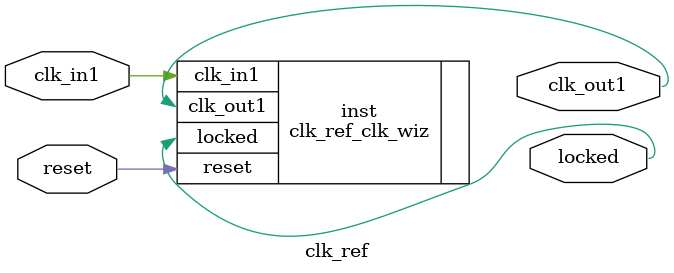
<source format=v>


`timescale 1ps/1ps

(* CORE_GENERATION_INFO = "clk_ref,clk_wiz_v5_4_3_0,{component_name=clk_ref,use_phase_alignment=true,use_min_o_jitter=false,use_max_i_jitter=false,use_dyn_phase_shift=false,use_inclk_switchover=false,use_dyn_reconfig=false,enable_axi=0,feedback_source=FDBK_AUTO,PRIMITIVE=MMCM,num_out_clk=1,clkin1_period=20.000,clkin2_period=10.0,use_power_down=false,use_reset=true,use_locked=true,use_inclk_stopped=false,feedback_type=SINGLE,CLOCK_MGR_TYPE=NA,manual_override=false}" *)

module clk_ref 
 (
  // Clock out ports
  output        clk_out1,
  // Status and control signals
  input         reset,
  output        locked,
 // Clock in ports
  input         clk_in1
 );

  clk_ref_clk_wiz inst
  (
  // Clock out ports  
  .clk_out1(clk_out1),
  // Status and control signals               
  .reset(reset), 
  .locked(locked),
 // Clock in ports
  .clk_in1(clk_in1)
  );

endmodule

</source>
